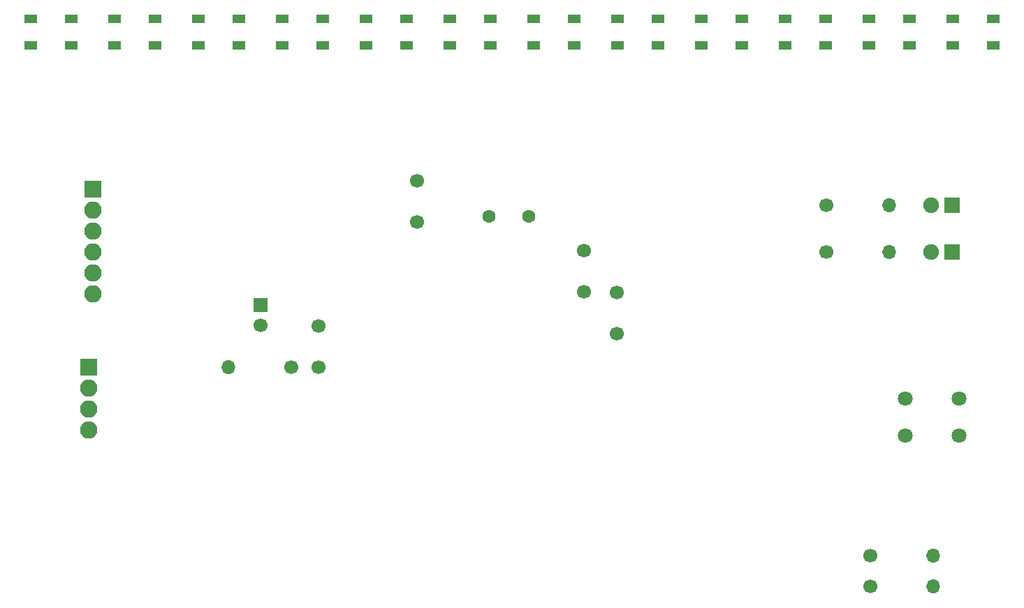
<source format=gbr>
%TF.GenerationSoftware,KiCad,Pcbnew,(5.1.6)-1*%
%TF.CreationDate,2020-10-19T15:42:45+08:00*%
%TF.ProjectId,sim,73696d2e-6b69-4636-9164-5f7063625858,rev?*%
%TF.SameCoordinates,Original*%
%TF.FileFunction,Soldermask,Top*%
%TF.FilePolarity,Negative*%
%FSLAX46Y46*%
G04 Gerber Fmt 4.6, Leading zero omitted, Abs format (unit mm)*
G04 Created by KiCad (PCBNEW (5.1.6)-1) date 2020-10-19 15:42:45*
%MOMM*%
%LPD*%
G01*
G04 APERTURE LIST*
%ADD10C,1.800000*%
%ADD11C,1.700000*%
%ADD12R,1.600000X1.100000*%
%ADD13C,1.600000*%
%ADD14R,2.100000X2.100000*%
%ADD15O,2.100000X2.100000*%
%ADD16C,1.900000*%
%ADD17R,1.900000X1.900000*%
%ADD18R,1.700000X1.700000*%
%ADD19O,1.700000X1.700000*%
G04 APERTURE END LIST*
D10*
%TO.C,SW1*%
X161925000Y-81915000D03*
X168425000Y-81915000D03*
X161925000Y-77415000D03*
X168425000Y-77415000D03*
%TD*%
D11*
%TO.C,C2*%
X102750000Y-56000000D03*
X102750000Y-51000000D03*
%TD*%
D12*
%TO.C,D1*%
X55970000Y-31420000D03*
X55970000Y-34620000D03*
X60870000Y-31420000D03*
X60870000Y-34620000D03*
%TD*%
%TO.C,D2*%
X142150000Y-34620000D03*
X142150000Y-31420000D03*
X137250000Y-34620000D03*
X137250000Y-31420000D03*
%TD*%
%TO.C,D3*%
X66130000Y-31420000D03*
X66130000Y-34620000D03*
X71030000Y-31420000D03*
X71030000Y-34620000D03*
%TD*%
%TO.C,D4*%
X147410000Y-31420000D03*
X147410000Y-34620000D03*
X152310000Y-31420000D03*
X152310000Y-34620000D03*
%TD*%
%TO.C,D5*%
X81190000Y-34620000D03*
X81190000Y-31420000D03*
X76290000Y-34620000D03*
X76290000Y-31420000D03*
%TD*%
%TO.C,D6*%
X162470000Y-34620000D03*
X162470000Y-31420000D03*
X157570000Y-34620000D03*
X157570000Y-31420000D03*
%TD*%
%TO.C,D7*%
X86450000Y-31420000D03*
X86450000Y-34620000D03*
X91350000Y-31420000D03*
X91350000Y-34620000D03*
%TD*%
%TO.C,D9*%
X101450000Y-34620000D03*
X101450000Y-31420000D03*
X96550000Y-34620000D03*
X96550000Y-31420000D03*
%TD*%
%TO.C,D11*%
X106770000Y-31420000D03*
X106770000Y-34620000D03*
X111670000Y-31420000D03*
X111670000Y-34620000D03*
%TD*%
%TO.C,D13*%
X121830000Y-34620000D03*
X121830000Y-31420000D03*
X116930000Y-34620000D03*
X116930000Y-31420000D03*
%TD*%
%TO.C,D17*%
X131990000Y-34620000D03*
X131990000Y-31420000D03*
X127090000Y-34620000D03*
X127090000Y-31420000D03*
%TD*%
D13*
%TO.C,Y1*%
X116332000Y-55372000D03*
X111452000Y-55372000D03*
%TD*%
D12*
%TO.C,D8*%
X172630000Y-34620000D03*
X172630000Y-31420000D03*
X167730000Y-34620000D03*
X167730000Y-31420000D03*
%TD*%
D14*
%TO.C,J2*%
X63000000Y-73660000D03*
D15*
X63000000Y-76200000D03*
X63000000Y-78740000D03*
X63000000Y-81280000D03*
%TD*%
D14*
%TO.C,J3*%
X63500000Y-52070000D03*
D15*
X63500000Y-54610000D03*
X63500000Y-57150000D03*
X63500000Y-59690000D03*
X63500000Y-62230000D03*
X63500000Y-64770000D03*
%TD*%
D11*
%TO.C,C1*%
X123000000Y-59500000D03*
X123000000Y-64500000D03*
%TD*%
D16*
%TO.C,D15*%
X165100000Y-53975000D03*
D17*
X167640000Y-53975000D03*
%TD*%
%TO.C,D16*%
X167640000Y-59690000D03*
D16*
X165100000Y-59690000D03*
%TD*%
D18*
%TO.C,C3*%
X83820000Y-66080000D03*
D11*
X83820000Y-68580000D03*
%TD*%
%TO.C,C4*%
X90805000Y-68660000D03*
X90805000Y-73660000D03*
%TD*%
%TO.C,C5*%
X127000000Y-69596000D03*
X127000000Y-64596000D03*
%TD*%
%TO.C,R1*%
X157670000Y-100250000D03*
D19*
X165290000Y-100250000D03*
%TD*%
%TO.C,R2*%
X165290000Y-96500000D03*
D11*
X157670000Y-96500000D03*
%TD*%
%TO.C,R3*%
X87500000Y-73660000D03*
D19*
X79880000Y-73660000D03*
%TD*%
%TO.C,R4*%
X160020000Y-53975000D03*
D11*
X152400000Y-53975000D03*
%TD*%
%TO.C,R5*%
X152400000Y-59690000D03*
D19*
X160020000Y-59690000D03*
%TD*%
M02*

</source>
